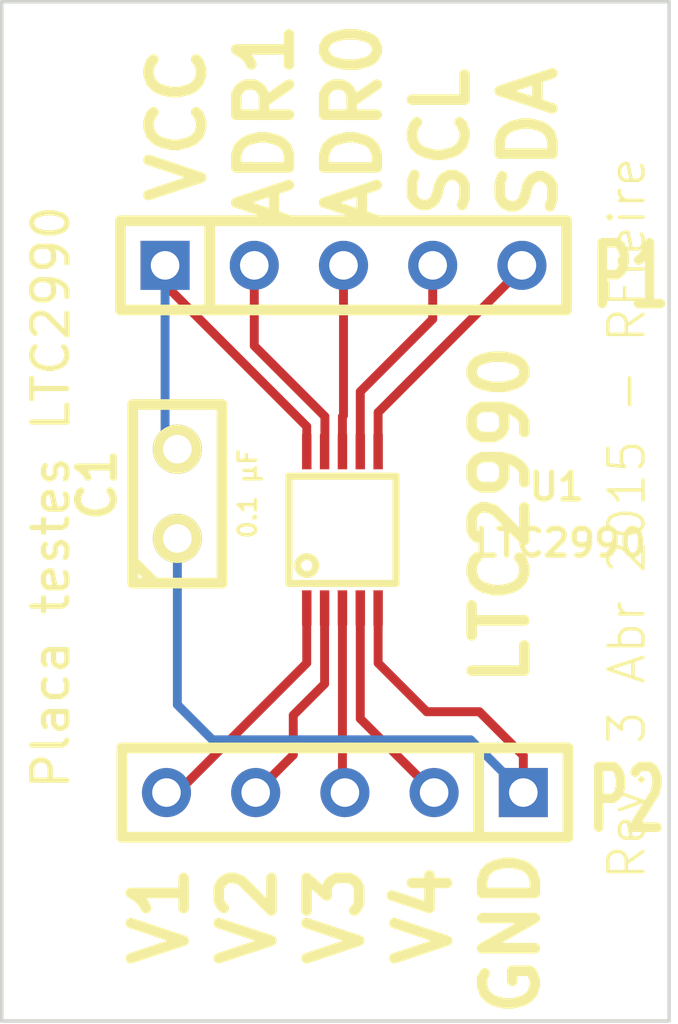
<source format=kicad_pcb>
(kicad_pcb (version 3) (host pcbnew "(2013-june-11)-stable")

  (general
    (links 12)
    (no_connects 2)
    (area 55.039284 31.949999 90.135716 61.050001)
    (thickness 1.6)
    (drawings 18)
    (tracks 37)
    (zones 0)
    (modules 4)
    (nets 11)
  )

  (page User 150.012 119.99)
  (title_block 
    (title "LTC2990 test board")
    (rev 3)
    (company "Rodrigo A B Freire")
    (comment 1 "LTC2990 test board")
  )

  (layers
    (15 F.Cu signal)
    (0 B.Cu signal)
    (21 F.SilkS user)
    (28 Edge.Cuts user)
  )

  (setup
    (last_trace_width 0.254)
    (trace_clearance 0.1)
    (zone_clearance 0.508)
    (zone_45_only no)
    (trace_min 0.254)
    (segment_width 0.2)
    (edge_width 0.1)
    (via_size 0.889)
    (via_drill 0.635)
    (via_min_size 0.889)
    (via_min_drill 0.508)
    (uvia_size 0.508)
    (uvia_drill 0.127)
    (uvias_allowed no)
    (uvia_min_size 0.508)
    (uvia_min_drill 0.127)
    (pcb_text_width 0.3)
    (pcb_text_size 1.5 1.5)
    (mod_edge_width 0.15)
    (mod_text_size 1 1)
    (mod_text_width 0.15)
    (pad_size 1.5 1.5)
    (pad_drill 0.6)
    (pad_to_mask_clearance 0)
    (aux_axis_origin 0 0)
    (visible_elements FFFE2B01)
    (pcbplotparams
      (layerselection 270565377)
      (usegerberextensions true)
      (excludeedgelayer true)
      (linewidth 0.150000)
      (plotframeref false)
      (viasonmask false)
      (mode 1)
      (useauxorigin false)
      (hpglpennumber 1)
      (hpglpenspeed 20)
      (hpglpendiameter 15)
      (hpglpenoverlay 2)
      (psnegative false)
      (psa4output false)
      (plotreference false)
      (plotvalue false)
      (plotothertext false)
      (plotinvisibletext false)
      (padsonsilk false)
      (subtractmaskfromsilk false)
      (outputformat 1)
      (mirror false)
      (drillshape 0)
      (scaleselection 1)
      (outputdirectory ""))
  )

  (net 0 "")
  (net 1 N-000001)
  (net 2 N-0000010)
  (net 3 N-000002)
  (net 4 N-000003)
  (net 5 N-000004)
  (net 6 N-000005)
  (net 7 N-000006)
  (net 8 N-000007)
  (net 9 N-000008)
  (net 10 N-000009)

  (net_class Default "This is the default net class."
    (clearance 0.1)
    (trace_width 0.254)
    (via_dia 0.889)
    (via_drill 0.635)
    (uvia_dia 0.508)
    (uvia_drill 0.127)
    (add_net "")
    (add_net N-000001)
    (add_net N-0000010)
    (add_net N-000002)
    (add_net N-000003)
    (add_net N-000004)
    (add_net N-000005)
    (add_net N-000006)
    (add_net N-000007)
    (add_net N-000008)
    (add_net N-000009)
  )

  (module SIL-5 (layer F.Cu) (tedit 54F793B1) (tstamp 54F78FBA)
    (at 73 39.5)
    (descr "Connecteur 5 pins")
    (tags "CONN DEV")
    (path /54F785DA)
    (fp_text reference P1 (at 6.9 0.3) (layer F.SilkS)
      (effects (font (size 1.72974 1.08712) (thickness 0.3048)))
    )
    (fp_text value CONN_5 (at 0 -2.54) (layer F.SilkS) hide
      (effects (font (size 1.524 1.016) (thickness 0.3048)))
    )
    (fp_line (start -7.62 1.27) (end -7.62 -1.27) (layer F.SilkS) (width 0.3048))
    (fp_line (start -7.62 -1.27) (end 5.08 -1.27) (layer F.SilkS) (width 0.3048))
    (fp_line (start 5.08 -1.27) (end 5.08 1.27) (layer F.SilkS) (width 0.3048))
    (fp_line (start 5.08 1.27) (end -7.62 1.27) (layer F.SilkS) (width 0.3048))
    (fp_line (start -5.08 1.27) (end -5.08 -1.27) (layer F.SilkS) (width 0.3048))
    (pad 1 thru_hole rect (at -6.35 0) (size 1.397 1.397) (drill 0.8128)
      (layers *.Cu *.Mask)
      (net 4 N-000003)
    )
    (pad 2 thru_hole circle (at -3.81 0) (size 1.397 1.397) (drill 0.8128)
      (layers *.Cu *.Mask)
      (net 5 N-000004)
    )
    (pad 3 thru_hole circle (at -1.27 0) (size 1.397 1.397) (drill 0.8128)
      (layers *.Cu *.Mask)
      (net 6 N-000005)
    )
    (pad 4 thru_hole circle (at 1.27 0) (size 1.397 1.397) (drill 0.8128)
      (layers *.Cu *.Mask)
      (net 7 N-000006)
    )
    (pad 5 thru_hole circle (at 3.81 0) (size 1.397 1.397) (drill 0.8128)
      (layers *.Cu *.Mask)
      (net 8 N-000007)
    )
  )

  (module SIL-5 (layer F.Cu) (tedit 54F793A6) (tstamp 54F78FC8)
    (at 70.5 54.5 180)
    (descr "Connecteur 5 pins")
    (tags "CONN DEV")
    (path /54F785F8)
    (fp_text reference P2 (at -9.3 -0.2 180) (layer F.SilkS)
      (effects (font (size 1.72974 1.08712) (thickness 0.3048)))
    )
    (fp_text value CONN_5 (at 0 -2.54 180) (layer F.SilkS) hide
      (effects (font (size 1.524 1.016) (thickness 0.3048)))
    )
    (fp_line (start -7.62 1.27) (end -7.62 -1.27) (layer F.SilkS) (width 0.3048))
    (fp_line (start -7.62 -1.27) (end 5.08 -1.27) (layer F.SilkS) (width 0.3048))
    (fp_line (start 5.08 -1.27) (end 5.08 1.27) (layer F.SilkS) (width 0.3048))
    (fp_line (start 5.08 1.27) (end -7.62 1.27) (layer F.SilkS) (width 0.3048))
    (fp_line (start -5.08 1.27) (end -5.08 -1.27) (layer F.SilkS) (width 0.3048))
    (pad 1 thru_hole rect (at -6.35 0 180) (size 1.397 1.397) (drill 0.8128)
      (layers *.Cu *.Mask)
      (net 3 N-000002)
    )
    (pad 2 thru_hole circle (at -3.81 0 180) (size 1.397 1.397) (drill 0.8128)
      (layers *.Cu *.Mask)
      (net 2 N-0000010)
    )
    (pad 3 thru_hole circle (at -1.27 0 180) (size 1.397 1.397) (drill 0.8128)
      (layers *.Cu *.Mask)
      (net 10 N-000009)
    )
    (pad 4 thru_hole circle (at 1.27 0 180) (size 1.397 1.397) (drill 0.8128)
      (layers *.Cu *.Mask)
      (net 9 N-000008)
    )
    (pad 5 thru_hole circle (at 3.81 0 180) (size 1.397 1.397) (drill 0.8128)
      (layers *.Cu *.Mask)
      (net 1 N-000001)
    )
  )

  (module MSOP10-0.5 (layer F.Cu) (tedit 54F793AC) (tstamp 54F79162)
    (at 71.7 47.025)
    (descr "MSOP10 10pins pitch 0.5mm")
    (path /54F784E6)
    (attr smd)
    (fp_text reference U1 (at 6.1 -1.225) (layer F.SilkS)
      (effects (font (size 0.762 0.762) (thickness 0.1524)))
    )
    (fp_text value LTC2990 (at 6.2 0.375) (layer F.SilkS)
      (effects (font (size 0.762 0.762) (thickness 0.1524)))
    )
    (fp_circle (center -1.016 1.016) (end -1.016 0.762) (layer F.SilkS) (width 0.2032))
    (fp_line (start 1.524 1.524) (end -1.524 1.524) (layer F.SilkS) (width 0.2032))
    (fp_line (start -1.524 1.524) (end -1.524 -1.524) (layer F.SilkS) (width 0.2032))
    (fp_line (start -1.524 -1.524) (end 1.524 -1.524) (layer F.SilkS) (width 0.2032))
    (fp_line (start 1.524 -1.524) (end 1.524 1.524) (layer F.SilkS) (width 0.2032))
    (pad 1 smd rect (at -1.016 2.2225) (size 0.26924 1.00076)
      (layers F.Cu)
      (net 1 N-000001)
    )
    (pad 2 smd rect (at -0.508 2.2225) (size 0.26924 1.00076)
      (layers F.Cu)
      (net 9 N-000008)
    )
    (pad 3 smd rect (at 0 2.2225) (size 0.26924 1.00076)
      (layers F.Cu)
      (net 10 N-000009)
    )
    (pad 4 smd rect (at 0.508 2.2225) (size 0.26924 1.00076)
      (layers F.Cu)
      (net 2 N-0000010)
    )
    (pad 5 smd rect (at 1.016 2.2225) (size 0.26924 1.00076)
      (layers F.Cu)
      (net 3 N-000002)
    )
    (pad 6 smd rect (at 1.016 -2.2225) (size 0.26924 1.00076)
      (layers F.Cu)
      (net 8 N-000007)
    )
    (pad 7 smd rect (at 0.508 -2.2225) (size 0.26924 1.00076)
      (layers F.Cu)
      (net 7 N-000006)
    )
    (pad 8 smd rect (at 0 -2.2225) (size 0.26924 1.00076)
      (layers F.Cu)
      (net 6 N-000005)
    )
    (pad 9 smd rect (at -0.508 -2.2225) (size 0.26924 1.00076)
      (layers F.Cu)
      (net 5 N-000004)
    )
    (pad 10 smd rect (at -1.016 -2.2225) (size 0.26924 1.00076)
      (layers F.Cu)
      (net 4 N-000003)
    )
    (model smd\MSOP_10.wrl
      (at (xyz 0 0 0))
      (scale (xyz 0.3 0.35 0.3))
      (rotate (xyz 0 0 0))
    )
  )

  (module C1 (layer F.Cu) (tedit 3F92C496) (tstamp 553D72A5)
    (at 67 46 90)
    (descr "Condensateur e = 1 pas")
    (tags C)
    (path /553D14F8)
    (fp_text reference C1 (at 0.254 -2.286 90) (layer F.SilkS)
      (effects (font (size 1.016 1.016) (thickness 0.2032)))
    )
    (fp_text value "0.1 µF" (at 0 -2.286 90) (layer F.SilkS) hide
      (effects (font (size 1.016 1.016) (thickness 0.2032)))
    )
    (fp_line (start -2.4892 -1.27) (end 2.54 -1.27) (layer F.SilkS) (width 0.3048))
    (fp_line (start 2.54 -1.27) (end 2.54 1.27) (layer F.SilkS) (width 0.3048))
    (fp_line (start 2.54 1.27) (end -2.54 1.27) (layer F.SilkS) (width 0.3048))
    (fp_line (start -2.54 1.27) (end -2.54 -1.27) (layer F.SilkS) (width 0.3048))
    (fp_line (start -2.54 -0.635) (end -1.905 -1.27) (layer F.SilkS) (width 0.3048))
    (pad 1 thru_hole circle (at -1.27 0 90) (size 1.397 1.397) (drill 0.8128)
      (layers *.Cu *.Mask F.SilkS)
      (net 3 N-000002)
    )
    (pad 2 thru_hole circle (at 1.27 0 90) (size 1.397 1.397) (drill 0.8128)
      (layers *.Cu *.Mask F.SilkS)
      (net 4 N-000003)
    )
    (model discret/capa_1_pas.wrl
      (at (xyz 0 0 0))
      (scale (xyz 1 1 1))
      (rotate (xyz 0 0 0))
    )
  )

  (gr_text "0.1 µF" (at 69 46 90) (layer F.SilkS)
    (effects (font (size 0.5 0.5) (thickness 0.1)))
  )
  (gr_line (start 81 32) (end 62 32) (angle 90) (layer Edge.Cuts) (width 0.1))
  (gr_line (start 81 61) (end 81 32) (angle 90) (layer Edge.Cuts) (width 0.1))
  (gr_line (start 62 61) (end 81 61) (angle 90) (layer Edge.Cuts) (width 0.1))
  (gr_line (start 62 32) (end 62 61) (angle 90) (layer Edge.Cuts) (width 0.1))
  (gr_text LTC2990 (at 76.2 46.6 90) (layer F.SilkS)
    (effects (font (size 1.5 1.5) (thickness 0.3)))
  )
  (gr_text "Rev. 3 Abr 2015 - RFreire" (at 79.8 46.7 90) (layer F.SilkS)
    (effects (font (size 1 1) (thickness 0.1)))
  )
  (gr_text "Placa testes LTC2990" (at 63.4 46.1 90) (layer F.SilkS)
    (effects (font (size 1 1) (thickness 0.15)))
  )
  (gr_text SDA (at 77 36 90) (layer F.SilkS)
    (effects (font (size 1.5 1.5) (thickness 0.3)))
  )
  (gr_text SCL (at 74.5 36 90) (layer F.SilkS)
    (effects (font (size 1.5 1.5) (thickness 0.3)))
  )
  (gr_text ADR0 (at 72 35.5 90) (layer F.SilkS)
    (effects (font (size 1.5 1.5) (thickness 0.3)))
  )
  (gr_text ADR1 (at 69.5 35.5 90) (layer F.SilkS)
    (effects (font (size 1.5 1.5) (thickness 0.3)))
  )
  (gr_text VCC (at 67 35.5 90) (layer F.SilkS)
    (effects (font (size 1.5 1.5) (thickness 0.3)))
  )
  (gr_text GND (at 76.5 58.5 90) (layer F.SilkS)
    (effects (font (size 1.5 1.5) (thickness 0.3)))
  )
  (gr_text V4 (at 74 58 90) (layer F.SilkS)
    (effects (font (size 1.5 1.5) (thickness 0.3)))
  )
  (gr_text V3 (at 71.5 58 90) (layer F.SilkS)
    (effects (font (size 1.5 1.5) (thickness 0.3)))
  )
  (gr_text V2 (at 69 58 90) (layer F.SilkS)
    (effects (font (size 1.5 1.5) (thickness 0.3)))
  )
  (gr_text V1 (at 66.5 58 90) (layer F.SilkS)
    (effects (font (size 1.5 1.5) (thickness 0.3)))
  )

  (segment (start 70.684 49.2475) (end 70.684 50.816) (width 0.254) (layer F.Cu) (net 1))
  (segment (start 67 54.5) (end 66.69 54.5) (width 0.254) (layer F.Cu) (net 1) (tstamp 54F79E38))
  (segment (start 70.684 50.816) (end 67 54.5) (width 0.254) (layer F.Cu) (net 1) (tstamp 54F79E37))
  (segment (start 72.208 49.2475) (end 72.208 52.398) (width 0.254) (layer F.Cu) (net 2))
  (segment (start 72.208 52.398) (end 74.31 54.5) (width 0.254) (layer F.Cu) (net 2) (tstamp 54F79E16))
  (segment (start 67 47.27) (end 67 52) (width 0.254) (layer B.Cu) (net 3) (status 10))
  (segment (start 75.35 53) (end 76.85 54.5) (width 0.254) (layer B.Cu) (net 3) (tstamp 553D72BC))
  (segment (start 68 53) (end 75.35 53) (width 0.254) (layer B.Cu) (net 3) (tstamp 553D72BB))
  (segment (start 67 52) (end 68 53) (width 0.254) (layer B.Cu) (net 3) (tstamp 553D72BA))
  (segment (start 72.716 49.2475) (end 72.716 50.816) (width 0.254) (layer F.Cu) (net 3))
  (segment (start 76.85 53.45) (end 76.85 54.5) (width 0.254) (layer F.Cu) (net 3) (tstamp 54F79E11))
  (segment (start 75.6 52.2) (end 76.85 53.45) (width 0.254) (layer F.Cu) (net 3) (tstamp 54F79E0D))
  (segment (start 74.1 52.2) (end 75.6 52.2) (width 0.254) (layer F.Cu) (net 3) (tstamp 54F79E09))
  (segment (start 72.716 50.816) (end 74.1 52.2) (width 0.254) (layer F.Cu) (net 3) (tstamp 54F79E06))
  (segment (start 66.65 39.5) (end 66.65 44.38) (width 0.254) (layer B.Cu) (net 4) (status 20))
  (segment (start 66.65 44.38) (end 67 44.73) (width 0.254) (layer B.Cu) (net 4) (tstamp 553D72B1) (status 30))
  (segment (start 66.65 39.5) (end 66.65 40.05) (width 0.254) (layer F.Cu) (net 4))
  (segment (start 70.684 44.084) (end 70.684 44.8025) (width 0.254) (layer F.Cu) (net 4) (tstamp 54F79D92))
  (segment (start 66.65 40.05) (end 70.684 44.084) (width 0.254) (layer F.Cu) (net 4) (tstamp 54F79D89))
  (segment (start 69.19 39.5) (end 69.19 41.79) (width 0.254) (layer F.Cu) (net 5))
  (segment (start 71.2 43.8) (end 71.2 44.3) (width 0.254) (layer F.Cu) (net 5) (tstamp 54F79D85))
  (segment (start 69.19 41.79) (end 71.2 43.8) (width 0.254) (layer F.Cu) (net 5) (tstamp 54F79D83))
  (segment (start 71.73 39.5) (end 71.73 43.77) (width 0.254) (layer F.Cu) (net 6))
  (segment (start 71.7 43.8) (end 71.7 44.3) (width 0.254) (layer F.Cu) (net 6) (tstamp 54F79DAD))
  (segment (start 71.73 43.77) (end 71.7 43.8) (width 0.254) (layer F.Cu) (net 6) (tstamp 54F79DA9))
  (segment (start 72.208 44.8025) (end 72.208 43.092) (width 0.254) (layer F.Cu) (net 7))
  (segment (start 74.27 41.03) (end 74.27 39.5) (width 0.254) (layer F.Cu) (net 7) (tstamp 54F79DE9))
  (segment (start 72.208 43.092) (end 74.27 41.03) (width 0.254) (layer F.Cu) (net 7) (tstamp 54F79DE5))
  (segment (start 72.716 44.8025) (end 72.716 43.684) (width 0.254) (layer F.Cu) (net 8))
  (segment (start 76.81 39.59) (end 76.81 39.5) (width 0.254) (layer F.Cu) (net 8) (tstamp 54F79DEE))
  (segment (start 72.716 43.684) (end 76.81 39.59) (width 0.254) (layer F.Cu) (net 8) (tstamp 54F79DED))
  (segment (start 71.192 49.2475) (end 71.192 51.408) (width 0.254) (layer F.Cu) (net 9))
  (segment (start 70.3 53.43) (end 69.23 54.5) (width 0.254) (layer F.Cu) (net 9) (tstamp 54F79E30))
  (segment (start 70.3 52.3) (end 70.3 53.43) (width 0.254) (layer F.Cu) (net 9) (tstamp 54F79E2E))
  (segment (start 71.192 51.408) (end 70.3 52.3) (width 0.254) (layer F.Cu) (net 9) (tstamp 54F79E2C))
  (segment (start 71.7 49.2475) (end 71.7 54.43) (width 0.254) (layer F.Cu) (net 10))
  (segment (start 71.7 54.43) (end 71.77 54.5) (width 0.254) (layer F.Cu) (net 10) (tstamp 54F79E27))

)

</source>
